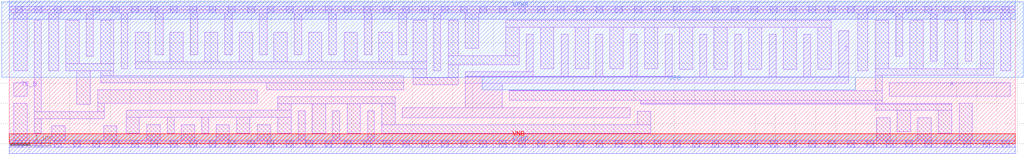
<source format=lef>
# Copyright 2020 The SkyWater PDK Authors
#
# Licensed under the Apache License, Version 2.0 (the "License");
# you may not use this file except in compliance with the License.
# You may obtain a copy of the License at
#
#     https://www.apache.org/licenses/LICENSE-2.0
#
# Unless required by applicable law or agreed to in writing, software
# distributed under the License is distributed on an "AS IS" BASIS,
# WITHOUT WARRANTIES OR CONDITIONS OF ANY KIND, either express or implied.
# See the License for the specific language governing permissions and
# limitations under the License.
#
# SPDX-License-Identifier: Apache-2.0

VERSION 5.7 ;
  NOWIREEXTENSIONATPIN ON ;
  DIVIDERCHAR "/" ;
  BUSBITCHARS "[]" ;
MACRO sky130_fd_sc_lp__busdriver_20
  CLASS CORE ;
  FOREIGN sky130_fd_sc_lp__busdriver_20 ;
  ORIGIN  0.000000  0.000000 ;
  SIZE  24.96000 BY  3.330000 ;
  SYMMETRY X Y ;
  SITE unit ;
  PIN A
    ANTENNAGATEAREA  2.016000 ;
    USE SIGNAL ;
    PORT
      LAYER li1 ;
        RECT 21.830000 1.180000 24.835000 1.515000 ;
    END
  END A
  PIN TE_B
    ANTENNAGATEAREA  0.630000 ;
    USE SIGNAL ;
    PORT
      LAYER li1 ;
        RECT 0.115000 1.180000 0.445000 1.515000 ;
    END
  END TE_B
  PIN VNB
    PORT
      LAYER pwell ;
        RECT 0.000000 0.000000 24.960000 0.245000 ;
    END
  END VNB
  PIN VPB
    PORT
      LAYER nwell ;
        RECT -0.190000 1.655000 25.150000 3.520000 ;
        RECT 11.730000 1.345000 20.980000 1.655000 ;
    END
  END VPB
  PIN Z
    ANTENNADIFFAREA  5.250200 ;
    USE SIGNAL ;
    PORT
      LAYER li1 ;
        RECT  9.750000 0.645000 15.400000 0.895000 ;
        RECT 11.305000 0.895000 12.235000 1.505000 ;
        RECT 11.305000 1.505000 20.820000 1.665000 ;
        RECT 11.305000 1.665000 16.440000 1.675000 ;
        RECT 11.305000 1.675000 13.000000 1.780000 ;
        RECT 12.830000 1.780000 13.000000 2.715000 ;
        RECT 13.690000 1.675000 13.860000 2.715000 ;
        RECT 14.550000 1.675000 14.720000 2.715000 ;
        RECT 15.410000 1.675000 15.580000 2.715000 ;
        RECT 16.270000 1.495000 20.820000 1.505000 ;
        RECT 16.270000 1.675000 16.440000 2.715000 ;
        RECT 17.130000 1.665000 17.300000 2.715000 ;
        RECT 17.990000 1.665000 18.160000 2.715000 ;
        RECT 18.850000 1.665000 19.020000 2.715000 ;
        RECT 19.710000 1.665000 19.880000 2.715000 ;
        RECT 20.570000 1.665000 20.820000 2.805000 ;
    END
  END Z
  PIN VGND
    DIRECTION INOUT ;
    USE GROUND ;
    PORT
      LAYER met1 ;
        RECT 0.000000 -0.245000 24.960000 0.245000 ;
    END
  END VGND
  PIN VPWR
    DIRECTION INOUT ;
    USE POWER ;
    PORT
      LAYER met1 ;
        RECT 0.000000 3.085000 24.960000 3.575000 ;
    END
  END VPWR
  OBS
    LAYER li1 ;
      RECT  0.000000 -0.085000 24.960000 0.085000 ;
      RECT  0.000000  3.245000 24.960000 3.415000 ;
      RECT  0.115000  0.085000  0.445000 1.000000 ;
      RECT  0.115000  1.815000  0.445000 3.245000 ;
      RECT  0.625000  0.265000  0.795000 0.625000 ;
      RECT  0.625000  0.625000  2.360000 0.795000 ;
      RECT  0.625000  0.795000  0.795000 3.065000 ;
      RECT  0.975000  1.815000  1.225000 3.245000 ;
      RECT  1.055000  0.085000  1.385000 0.445000 ;
      RECT  1.405000  1.815000  2.595000 1.985000 ;
      RECT  1.405000  1.985000  1.735000 3.065000 ;
      RECT  1.680000  0.975000  2.010000 1.815000 ;
      RECT  1.915000  2.165000  2.085000 3.245000 ;
      RECT  2.190000  0.795000  2.360000 1.005000 ;
      RECT  2.190000  1.005000  6.150000 1.335000 ;
      RECT  2.265000  1.515000  9.780000 1.685000 ;
      RECT  2.265000  1.685000  2.595000 1.815000 ;
      RECT  2.265000  1.985000  2.595000 3.065000 ;
      RECT  2.340000  0.085000  2.670000 0.445000 ;
      RECT  2.775000  1.855000  2.945000 3.245000 ;
      RECT  2.900000  0.265000  3.230000 0.655000 ;
      RECT  2.900000  0.655000  6.990000 0.825000 ;
      RECT  3.125000  1.865000 10.355000 2.035000 ;
      RECT  3.125000  2.035000  3.455000 2.765000 ;
      RECT  3.410000  0.085000  3.740000 0.475000 ;
      RECT  3.625000  2.205000  3.815000 3.245000 ;
      RECT  3.920000  0.265000  4.090000 0.655000 ;
      RECT  3.985000  2.035000  4.315000 2.765000 ;
      RECT  4.270000  0.085000  4.600000 0.475000 ;
      RECT  4.485000  2.205000  4.675000 3.245000 ;
      RECT  4.780000  0.265000  4.950000 0.655000 ;
      RECT  4.845000  2.035000  5.175000 2.765000 ;
      RECT  5.130000  0.085000  5.460000 0.475000 ;
      RECT  5.345000  2.205000  5.535000 3.245000 ;
      RECT  5.640000  0.265000  5.970000 0.655000 ;
      RECT  5.705000  2.035000  6.035000 2.765000 ;
      RECT  6.150000  0.085000  6.480000 0.475000 ;
      RECT  6.205000  2.205000  6.395000 3.245000 ;
      RECT  6.390000  1.345000  9.780000 1.515000 ;
      RECT  6.565000  2.035000  6.895000 2.765000 ;
      RECT  6.660000  0.265000  6.990000 0.655000 ;
      RECT  6.660000  0.825000  6.990000 0.995000 ;
      RECT  6.660000  0.995000  9.570000 1.165000 ;
      RECT  7.065000  2.205000  7.255000 3.245000 ;
      RECT  7.170000  0.085000  7.340000 0.815000 ;
      RECT  7.425000  2.035000  7.755000 2.765000 ;
      RECT  7.520000  0.265000  7.850000 0.995000 ;
      RECT  7.925000  2.205000  8.115000 3.245000 ;
      RECT  8.030000  0.085000  8.200000 0.815000 ;
      RECT  8.305000  2.035000  8.635000 2.765000 ;
      RECT  8.380000  0.265000  8.710000 0.995000 ;
      RECT  8.805000  2.205000  8.995000 3.245000 ;
      RECT  8.890000  0.085000  9.060000 0.815000 ;
      RECT  9.165000  2.035000  9.495000 2.765000 ;
      RECT  9.240000  0.265000 15.910000 0.475000 ;
      RECT  9.240000  0.475000  9.570000 0.995000 ;
      RECT  9.665000  2.205000  9.855000 3.245000 ;
      RECT 10.025000  1.465000 11.135000 1.635000 ;
      RECT 10.025000  1.635000 10.355000 1.865000 ;
      RECT 10.025000  2.035000 10.355000 3.065000 ;
      RECT 10.535000  1.815000 10.705000 3.245000 ;
      RECT 10.885000  1.635000 11.135000 1.960000 ;
      RECT 10.885000  1.960000 12.650000 2.185000 ;
      RECT 10.885000  2.185000 11.135000 3.065000 ;
      RECT 11.315000  2.365000 11.645000 3.245000 ;
      RECT 12.320000  2.185000 12.650000 2.895000 ;
      RECT 12.320000  2.895000 20.390000 3.065000 ;
      RECT 12.405000  1.075000 21.650000 1.315000 ;
      RECT 12.405000  1.315000 15.455000 1.325000 ;
      RECT 13.180000  1.855000 13.510000 2.895000 ;
      RECT 14.040000  1.855000 14.370000 2.895000 ;
      RECT 14.900000  1.855000 15.230000 2.895000 ;
      RECT 15.580000  0.475000 15.910000 0.805000 ;
      RECT 15.660000  0.985000 23.380000 1.000000 ;
      RECT 15.660000  1.000000 21.650000 1.075000 ;
      RECT 15.760000  1.855000 16.090000 2.895000 ;
      RECT 16.620000  1.845000 16.950000 2.895000 ;
      RECT 17.480000  1.845000 17.810000 2.895000 ;
      RECT 18.340000  1.845000 18.670000 2.895000 ;
      RECT 19.200000  1.845000 19.530000 2.895000 ;
      RECT 20.060000  1.845000 20.390000 2.895000 ;
      RECT 21.050000  1.815000 21.300000 3.245000 ;
      RECT 21.480000  0.830000 23.380000 0.985000 ;
      RECT 21.480000  1.315000 21.650000 1.695000 ;
      RECT 21.480000  1.695000 24.415000 1.865000 ;
      RECT 21.480000  1.865000 21.810000 3.065000 ;
      RECT 21.520000  0.085000 21.850000 0.650000 ;
      RECT 21.990000  2.165000 22.160000 3.245000 ;
      RECT 22.030000  0.295000 22.360000 0.830000 ;
      RECT 22.340000  1.865000 22.670000 3.065000 ;
      RECT 22.540000  0.085000 22.870000 0.650000 ;
      RECT 22.850000  2.045000 23.020000 3.245000 ;
      RECT 23.050000  0.265000 23.380000 0.830000 ;
      RECT 23.200000  1.865000 23.530000 3.065000 ;
      RECT 23.560000  0.085000 23.890000 1.000000 ;
      RECT 23.710000  2.045000 23.880000 3.245000 ;
      RECT 24.085000  1.865000 24.415000 3.065000 ;
      RECT 24.595000  1.815000 24.845000 3.245000 ;
    LAYER mcon ;
      RECT  0.155000 -0.085000  0.325000 0.085000 ;
      RECT  0.155000  3.245000  0.325000 3.415000 ;
      RECT  0.635000 -0.085000  0.805000 0.085000 ;
      RECT  0.635000  3.245000  0.805000 3.415000 ;
      RECT  1.115000 -0.085000  1.285000 0.085000 ;
      RECT  1.115000  3.245000  1.285000 3.415000 ;
      RECT  1.595000 -0.085000  1.765000 0.085000 ;
      RECT  1.595000  3.245000  1.765000 3.415000 ;
      RECT  2.075000 -0.085000  2.245000 0.085000 ;
      RECT  2.075000  3.245000  2.245000 3.415000 ;
      RECT  2.555000 -0.085000  2.725000 0.085000 ;
      RECT  2.555000  3.245000  2.725000 3.415000 ;
      RECT  3.035000 -0.085000  3.205000 0.085000 ;
      RECT  3.035000  3.245000  3.205000 3.415000 ;
      RECT  3.515000 -0.085000  3.685000 0.085000 ;
      RECT  3.515000  3.245000  3.685000 3.415000 ;
      RECT  3.995000 -0.085000  4.165000 0.085000 ;
      RECT  3.995000  3.245000  4.165000 3.415000 ;
      RECT  4.475000 -0.085000  4.645000 0.085000 ;
      RECT  4.475000  3.245000  4.645000 3.415000 ;
      RECT  4.955000 -0.085000  5.125000 0.085000 ;
      RECT  4.955000  3.245000  5.125000 3.415000 ;
      RECT  5.435000 -0.085000  5.605000 0.085000 ;
      RECT  5.435000  3.245000  5.605000 3.415000 ;
      RECT  5.915000 -0.085000  6.085000 0.085000 ;
      RECT  5.915000  3.245000  6.085000 3.415000 ;
      RECT  6.395000 -0.085000  6.565000 0.085000 ;
      RECT  6.395000  3.245000  6.565000 3.415000 ;
      RECT  6.875000 -0.085000  7.045000 0.085000 ;
      RECT  6.875000  3.245000  7.045000 3.415000 ;
      RECT  7.355000 -0.085000  7.525000 0.085000 ;
      RECT  7.355000  3.245000  7.525000 3.415000 ;
      RECT  7.835000 -0.085000  8.005000 0.085000 ;
      RECT  7.835000  3.245000  8.005000 3.415000 ;
      RECT  8.315000 -0.085000  8.485000 0.085000 ;
      RECT  8.315000  3.245000  8.485000 3.415000 ;
      RECT  8.795000 -0.085000  8.965000 0.085000 ;
      RECT  8.795000  3.245000  8.965000 3.415000 ;
      RECT  9.275000 -0.085000  9.445000 0.085000 ;
      RECT  9.275000  3.245000  9.445000 3.415000 ;
      RECT  9.755000 -0.085000  9.925000 0.085000 ;
      RECT  9.755000  3.245000  9.925000 3.415000 ;
      RECT 10.235000 -0.085000 10.405000 0.085000 ;
      RECT 10.235000  3.245000 10.405000 3.415000 ;
      RECT 10.715000 -0.085000 10.885000 0.085000 ;
      RECT 10.715000  3.245000 10.885000 3.415000 ;
      RECT 11.195000 -0.085000 11.365000 0.085000 ;
      RECT 11.195000  3.245000 11.365000 3.415000 ;
      RECT 11.675000 -0.085000 11.845000 0.085000 ;
      RECT 11.675000  3.245000 11.845000 3.415000 ;
      RECT 12.155000 -0.085000 12.325000 0.085000 ;
      RECT 12.155000  3.245000 12.325000 3.415000 ;
      RECT 12.635000 -0.085000 12.805000 0.085000 ;
      RECT 12.635000  3.245000 12.805000 3.415000 ;
      RECT 13.115000 -0.085000 13.285000 0.085000 ;
      RECT 13.115000  3.245000 13.285000 3.415000 ;
      RECT 13.595000 -0.085000 13.765000 0.085000 ;
      RECT 13.595000  3.245000 13.765000 3.415000 ;
      RECT 14.075000 -0.085000 14.245000 0.085000 ;
      RECT 14.075000  3.245000 14.245000 3.415000 ;
      RECT 14.555000 -0.085000 14.725000 0.085000 ;
      RECT 14.555000  3.245000 14.725000 3.415000 ;
      RECT 15.035000 -0.085000 15.205000 0.085000 ;
      RECT 15.035000  3.245000 15.205000 3.415000 ;
      RECT 15.515000 -0.085000 15.685000 0.085000 ;
      RECT 15.515000  3.245000 15.685000 3.415000 ;
      RECT 15.995000 -0.085000 16.165000 0.085000 ;
      RECT 15.995000  3.245000 16.165000 3.415000 ;
      RECT 16.475000 -0.085000 16.645000 0.085000 ;
      RECT 16.475000  3.245000 16.645000 3.415000 ;
      RECT 16.955000 -0.085000 17.125000 0.085000 ;
      RECT 16.955000  3.245000 17.125000 3.415000 ;
      RECT 17.435000 -0.085000 17.605000 0.085000 ;
      RECT 17.435000  3.245000 17.605000 3.415000 ;
      RECT 17.915000 -0.085000 18.085000 0.085000 ;
      RECT 17.915000  3.245000 18.085000 3.415000 ;
      RECT 18.395000 -0.085000 18.565000 0.085000 ;
      RECT 18.395000  3.245000 18.565000 3.415000 ;
      RECT 18.875000 -0.085000 19.045000 0.085000 ;
      RECT 18.875000  3.245000 19.045000 3.415000 ;
      RECT 19.355000 -0.085000 19.525000 0.085000 ;
      RECT 19.355000  3.245000 19.525000 3.415000 ;
      RECT 19.835000 -0.085000 20.005000 0.085000 ;
      RECT 19.835000  3.245000 20.005000 3.415000 ;
      RECT 20.315000 -0.085000 20.485000 0.085000 ;
      RECT 20.315000  3.245000 20.485000 3.415000 ;
      RECT 20.795000 -0.085000 20.965000 0.085000 ;
      RECT 20.795000  3.245000 20.965000 3.415000 ;
      RECT 21.275000 -0.085000 21.445000 0.085000 ;
      RECT 21.275000  3.245000 21.445000 3.415000 ;
      RECT 21.755000 -0.085000 21.925000 0.085000 ;
      RECT 21.755000  3.245000 21.925000 3.415000 ;
      RECT 22.235000 -0.085000 22.405000 0.085000 ;
      RECT 22.235000  3.245000 22.405000 3.415000 ;
      RECT 22.715000 -0.085000 22.885000 0.085000 ;
      RECT 22.715000  3.245000 22.885000 3.415000 ;
      RECT 23.195000 -0.085000 23.365000 0.085000 ;
      RECT 23.195000  3.245000 23.365000 3.415000 ;
      RECT 23.675000 -0.085000 23.845000 0.085000 ;
      RECT 23.675000  3.245000 23.845000 3.415000 ;
      RECT 24.155000 -0.085000 24.325000 0.085000 ;
      RECT 24.155000  3.245000 24.325000 3.415000 ;
      RECT 24.635000 -0.085000 24.805000 0.085000 ;
      RECT 24.635000  3.245000 24.805000 3.415000 ;
  END
END sky130_fd_sc_lp__busdriver_20
END LIBRARY

</source>
